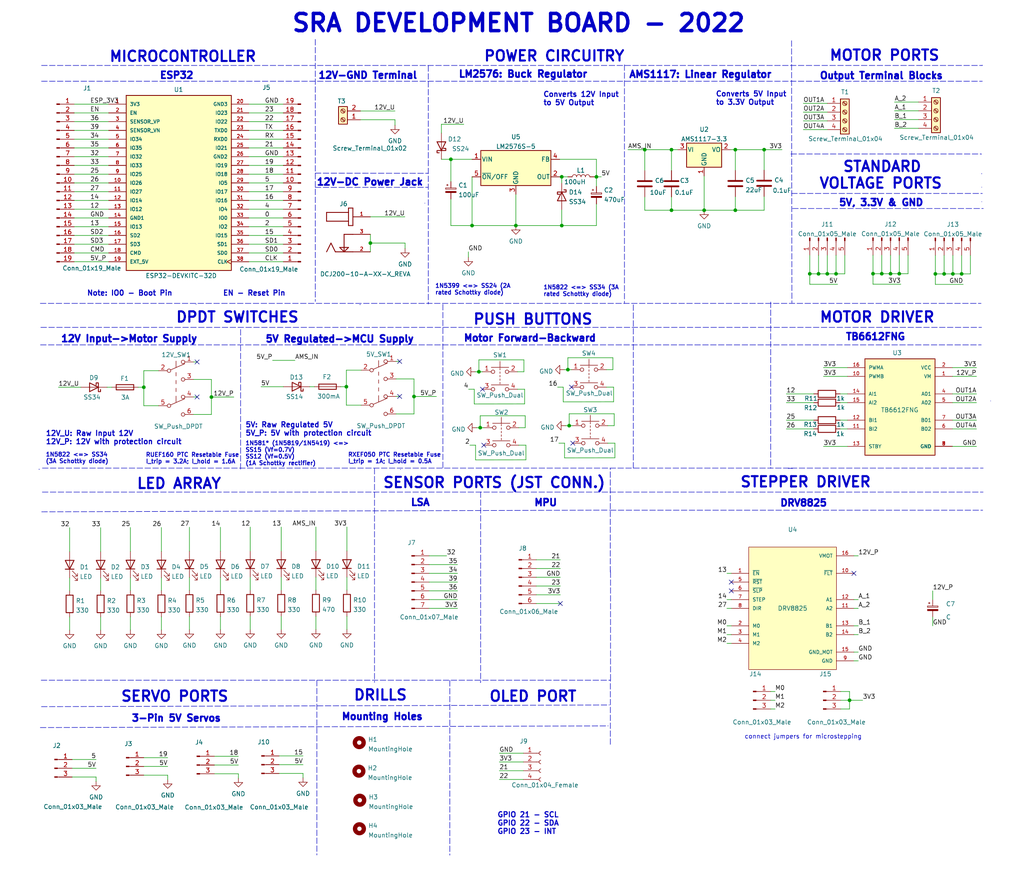
<source format=kicad_sch>
(kicad_sch (version 20211123) (generator eeschema)
  (paper "User" 297.002 259.994)
  (junction (at 164.6936 107.2642))
  (junction (at 186.9948 43.434))
  (junction (at 246.38 203.2))
  (junction (at 239.9284 79.4512))
  (junction (at 162.9156 51.308))
  (junction (at 276.352 79.4766))
  (junction (at 61.3156 115.2144))
  (junction (at 260.8072 79.4258))
  (junction (at 213.2584 43.434))
  (junction (at 204.216 61.0108))
  (junction (at 271.272 79.4766))
  (junction (at 130.7592 46.228))
  (junction (at 120.0658 115.062))
  (junction (at 213.2584 61.0108))
  (junction (at 255.7272 79.4258))
  (junction (at 258.2672 79.4258))
  (junction (at 107.4166 70.5358))
  (junction (at 194.7418 43.434))
  (junction (at 100.457 112.2172))
  (junction (at 234.8484 79.4512))
  (junction (at 253.1872 79.4258))
  (junction (at 273.812 79.4766))
  (junction (at 162.9156 65.4558))
  (junction (at 149.606 65.4558))
  (junction (at 242.4684 79.4512))
  (junction (at 237.3884 79.4512))
  (junction (at 172.974 51.308))
  (junction (at 139.2682 124.1044))
  (junction (at 221.615 43.434))
  (junction (at 136.906 65.4558))
  (junction (at 138.8872 107.8738))
  (junction (at 278.892 79.4766))
  (junction (at 41.7068 112.3696))
  (junction (at 165.0746 123.5202))
  (junction (at 194.7418 61.0108))
  (no_connect (at 212.09 171.45))
  (no_connect (at 247.65 166.37))
  (no_connect (at 212.09 168.91))
  (no_connect (at 115.9002 115.0366))
  (no_connect (at 140.3096 129.1844))
  (no_connect (at 57.15 115.189))
  (no_connect (at 162.5092 175.133))
  (no_connect (at 57.15 105.029))
  (no_connect (at 115.9002 104.8766))
  (no_connect (at 166.116 128.6002))
  (no_connect (at 139.9286 112.9538))
  (no_connect (at 165.735 112.3442))
  (wire (pts (xy 247.65 191.77) (xy 248.92 191.77)))
  (wire (pts (xy 114.8842 104.8766) (xy 115.9002 104.8766)))
  (wire (pts (xy 85.5472 104.5718) (xy 79.0448 104.5718)))
  (wire (pts (xy 221.615 56.9976) (xy 221.615 61.0108)))
  (polyline (pts (xy 370.1796 138.2014) (xy 370.205 138.2014)))
  (wire (pts (xy 54.9402 167.5638) (xy 54.9402 171.2976)))
  (wire (pts (xy 163.3474 112.3442) (xy 163.3474 116.6114)))
  (wire (pts (xy 243.6368 124.46) (xy 245.7704 124.46)))
  (wire (pts (xy 61.3156 115.2144) (xy 67.818 115.2144)))
  (wire (pts (xy 72.5678 159.893) (xy 72.5678 152.9334)))
  (wire (pts (xy 163.6268 107.2642) (xy 164.6936 107.2642)))
  (wire (pts (xy 281.432 79.4766) (xy 281.432 74.1172)))
  (wire (pts (xy 243.84 203.2) (xy 246.38 203.2)))
  (wire (pts (xy 46.8122 160.02) (xy 46.8122 153.0604)))
  (wire (pts (xy 253.1872 79.4258) (xy 255.7272 79.4258)))
  (wire (pts (xy 164.6936 107.2642) (xy 164.6936 103.8098)))
  (wire (pts (xy 21.5138 35.306) (xy 31.5214 35.306)))
  (wire (pts (xy 210.82 176.53) (xy 212.09 176.53)))
  (polyline (pts (xy 229.362 44.6786) (xy 284.5816 44.6786)))
  (wire (pts (xy 163.7284 128.6002) (xy 163.7284 132.8674)))
  (wire (pts (xy 72.5678 178.8668) (xy 72.5678 182.6768)))
  (wire (pts (xy 258.2672 79.4258) (xy 260.8072 79.4258)))
  (wire (pts (xy 177.9524 112.3442) (xy 175.895 112.3442)))
  (polyline (pts (xy 124.206 19.05) (xy 124.206 88.2142)))
  (wire (pts (xy 276.352 79.4766) (xy 278.892 79.4766)))
  (wire (pts (xy 270.51 171.45) (xy 270.51 173.99)))
  (wire (pts (xy 137.922 129.1844) (xy 137.922 133.4516)))
  (wire (pts (xy 72.5678 167.513) (xy 72.5678 171.2468)))
  (wire (pts (xy 128.016 46.228) (xy 130.7592 46.228)))
  (wire (pts (xy 20.193 160.0708) (xy 20.193 153.1112)))
  (wire (pts (xy 237.3884 79.4512) (xy 239.9284 79.4512)))
  (polyline (pts (xy 181.102 18.796) (xy 181.102 87.9602)))
  (wire (pts (xy 41.7068 107.569) (xy 41.7068 112.3696)))
  (wire (pts (xy 89.8144 112.2172) (xy 91.186 112.2172)))
  (wire (pts (xy 162.9156 60.8076) (xy 162.9156 65.4558)))
  (wire (pts (xy 172.974 59.182) (xy 172.974 65.4558)))
  (wire (pts (xy 271.272 74.1172) (xy 271.272 79.4766)))
  (wire (pts (xy 245.7704 114.3) (xy 243.6368 114.3)))
  (wire (pts (xy 138.8872 107.8738) (xy 139.9286 107.8738)))
  (wire (pts (xy 56.134 110.109) (xy 61.3156 110.109)))
  (wire (pts (xy 29.1846 167.6908) (xy 29.1846 171.4246)))
  (wire (pts (xy 124.46 173.99) (xy 132.6896 173.99)))
  (wire (pts (xy 41.6814 222.4024) (xy 48.641 222.4024)))
  (wire (pts (xy 139.2682 124.1044) (xy 139.2682 120.65)))
  (wire (pts (xy 164.6936 103.8098) (xy 177.7492 103.8098)))
  (wire (pts (xy 258.2672 74.0664) (xy 258.2672 79.4258)))
  (polyline (pts (xy 69.7738 95.6056) (xy 69.7738 136.525)))
  (wire (pts (xy 21.5138 50.546) (xy 31.5214 50.546)))
  (wire (pts (xy 260.8072 74.0664) (xy 260.8072 79.4258)))
  (wire (pts (xy 247.65 184.15) (xy 248.92 184.15)))
  (wire (pts (xy 130.7592 65.4558) (xy 136.906 65.4558)))
  (wire (pts (xy 48.641 224.9424) (xy 48.641 226.2124)))
  (wire (pts (xy 162.9156 51.308) (xy 164.6936 51.308)))
  (wire (pts (xy 72.1614 60.706) (xy 82.169 60.706)))
  (wire (pts (xy 21.5138 75.946) (xy 31.5214 75.946)))
  (polyline (pts (xy 284.7086 54.3052) (xy 284.7086 54.3306)))
  (wire (pts (xy 130.7592 46.228) (xy 136.906 46.228)))
  (polyline (pts (xy 284.5816 44.6786) (xy 284.5816 44.7802)))
  (wire (pts (xy 239.9284 32.5374) (xy 232.9688 32.5374)))
  (polyline (pts (xy 177.0634 197.3326) (xy 177.0634 165.5826)))
  (wire (pts (xy 245.7704 116.84) (xy 243.6368 116.84)))
  (wire (pts (xy 107.4166 62.9158) (xy 117.4242 62.9158)))
  (wire (pts (xy 124.46 171.45) (xy 132.6896 171.45)))
  (wire (pts (xy 155.5496 162.433) (xy 162.5092 162.433)))
  (wire (pts (xy 98.806 112.2172) (xy 100.457 112.2172)))
  (wire (pts (xy 135.8392 73.0758) (xy 135.8392 74.6506)))
  (polyline (pts (xy 91.4146 54.3814) (xy 124.206 54.356)))
  (wire (pts (xy 245.7704 121.92) (xy 243.6368 121.92)))
  (wire (pts (xy 260.8072 79.4258) (xy 263.3472 79.4258)))
  (wire (pts (xy 100.6094 178.8414) (xy 100.6094 182.6514)))
  (wire (pts (xy 178.3334 128.6002) (xy 176.276 128.6002)))
  (wire (pts (xy 239.9284 37.6174) (xy 232.9688 37.6174)))
  (wire (pts (xy 72.1614 55.626) (xy 82.169 55.626)))
  (wire (pts (xy 213.2584 57.0738) (xy 213.2584 61.0108)))
  (wire (pts (xy 164.0078 123.5202) (xy 165.0746 123.5202)))
  (wire (pts (xy 149.606 56.388) (xy 149.606 65.4558)))
  (wire (pts (xy 234.8484 79.4512) (xy 234.8484 82.4992)))
  (wire (pts (xy 165.0746 120.0658) (xy 178.1302 120.0658)))
  (polyline (pts (xy 12.0904 148.5138) (xy 176.784 148.0312)))
  (wire (pts (xy 165.0746 123.5202) (xy 165.0746 120.0658)))
  (wire (pts (xy 41.6814 219.8624) (xy 48.641 219.8624)))
  (wire (pts (xy 138.8872 104.4194) (xy 151.9428 104.4194)))
  (wire (pts (xy 152.527 133.4262) (xy 152.527 129.1844)))
  (wire (pts (xy 149.606 65.4558) (xy 162.9156 65.4558)))
  (wire (pts (xy 210.82 166.37) (xy 212.09 166.37)))
  (wire (pts (xy 178.3334 132.842) (xy 178.3334 128.6002)))
  (wire (pts (xy 72.1614 42.926) (xy 82.169 42.926)))
  (wire (pts (xy 63.9318 167.5638) (xy 63.9318 171.2976)))
  (wire (pts (xy 172.974 51.308) (xy 172.974 54.102)))
  (wire (pts (xy 278.892 79.4766) (xy 281.432 79.4766)))
  (wire (pts (xy 117.475 70.5358) (xy 117.475 72.1106)))
  (wire (pts (xy 114.554 34.7472) (xy 114.554 36.322)))
  (wire (pts (xy 120.0658 109.9566) (xy 120.0658 115.062)))
  (polyline (pts (xy 229.5652 56.134) (xy 284.9118 56.134)))
  (wire (pts (xy 41.7068 117.729) (xy 45.974 117.729)))
  (wire (pts (xy 210.82 173.99) (xy 212.09 173.99)))
  (polyline (pts (xy 12.0396 23.5712) (xy 284.8864 23.5712)))
  (wire (pts (xy 63.9318 159.9438) (xy 63.9318 152.9842)))
  (wire (pts (xy 56.134 115.189) (xy 57.15 115.189)))
  (polyline (pts (xy 139.3952 142.7226) (xy 139.3952 198.0184)))
  (wire (pts (xy 186.9948 43.434) (xy 194.7418 43.434)))
  (wire (pts (xy 273.812 74.1172) (xy 273.812 79.4766)))
  (wire (pts (xy 175.895 107.2642) (xy 177.7492 107.2642)))
  (wire (pts (xy 271.272 79.4766) (xy 273.812 79.4766)))
  (wire (pts (xy 255.7272 74.0664) (xy 255.7272 79.4258)))
  (polyline (pts (xy 12.2936 135.8392) (xy 285.1404 135.8392)))
  (wire (pts (xy 130.7592 57.7596) (xy 130.7592 65.4558)))
  (wire (pts (xy 247.65 181.61) (xy 248.92 181.61)))
  (wire (pts (xy 72.1614 53.086) (xy 82.169 53.086)))
  (wire (pts (xy 46.8122 167.64) (xy 46.8122 171.3738)))
  (wire (pts (xy 234.8484 79.4512) (xy 237.3884 79.4512)))
  (wire (pts (xy 139.2682 120.65) (xy 152.3238 120.65)))
  (polyline (pts (xy 12.2682 142.7988) (xy 285.115 142.7988)))
  (wire (pts (xy 100.6094 159.8676) (xy 100.6094 152.908)))
  (wire (pts (xy 172.974 46.228) (xy 172.974 51.308)))
  (wire (pts (xy 21.5138 40.386) (xy 31.5214 40.386)))
  (polyline (pts (xy 12.0142 205.0542) (xy 176.7078 204.5716)))
  (wire (pts (xy 124.46 163.83) (xy 132.6896 163.83)))
  (wire (pts (xy 41.6814 224.9424) (xy 48.641 224.9424)))
  (wire (pts (xy 135.89 112.9538) (xy 137.541 112.9538)))
  (wire (pts (xy 120.0658 115.062) (xy 126.5682 115.062)))
  (wire (pts (xy 239.9284 35.0774) (xy 232.9688 35.0774)))
  (wire (pts (xy 21.5138 60.706) (xy 31.5214 60.706)))
  (wire (pts (xy 172.974 65.4558) (xy 162.9156 65.4558)))
  (wire (pts (xy 276.2504 109.22) (xy 283.21 109.22)))
  (wire (pts (xy 247.65 173.99) (xy 248.92 173.99)))
  (wire (pts (xy 80.9244 221.8944) (xy 87.884 221.8944)))
  (wire (pts (xy 236.0168 121.92) (xy 228.0412 121.92)))
  (wire (pts (xy 124.46 161.29) (xy 129.54 161.29)))
  (wire (pts (xy 186.9948 61.0108) (xy 194.7418 61.0108)))
  (wire (pts (xy 150.0886 107.8738) (xy 151.9428 107.8738)))
  (wire (pts (xy 177.9524 116.586) (xy 177.9524 112.3442)))
  (wire (pts (xy 56.134 105.029) (xy 57.15 105.029)))
  (wire (pts (xy 172.974 51.308) (xy 174.3964 51.308)))
  (wire (pts (xy 276.2504 124.46) (xy 283.21 124.46)))
  (wire (pts (xy 137.8204 107.8738) (xy 138.8872 107.8738)))
  (wire (pts (xy 155.5496 170.053) (xy 162.5092 170.053)))
  (wire (pts (xy 91.6178 178.8414) (xy 91.6178 182.6514)))
  (wire (pts (xy 213.2584 43.434) (xy 221.615 43.434)))
  (wire (pts (xy 271.272 79.4766) (xy 271.272 82.5246)))
  (wire (pts (xy 107.4166 67.9958) (xy 107.4166 70.5358)))
  (wire (pts (xy 155.5496 164.973) (xy 162.5092 164.973)))
  (wire (pts (xy 72.1614 68.326) (xy 82.169 68.326)))
  (wire (pts (xy 20.9042 222.9358) (xy 27.8638 222.9358)))
  (wire (pts (xy 54.9402 159.9438) (xy 54.9402 152.9842)))
  (wire (pts (xy 37.8206 160.02) (xy 37.8206 153.0604)))
  (polyline (pts (xy 124.206 54.356) (xy 124.206 54.356)))
  (polyline (pts (xy 124.206 50.292) (xy 124.206 50.292)))
  (wire (pts (xy 72.1614 50.546) (xy 82.169 50.546)))
  (wire (pts (xy 247.65 161.29) (xy 248.92 161.29)))
  (wire (pts (xy 178.1302 120.0658) (xy 178.1302 123.5202)))
  (wire (pts (xy 237.3884 74.0918) (xy 237.3884 79.4512)))
  (wire (pts (xy 236.0168 124.46) (xy 228.0412 124.46)))
  (wire (pts (xy 152.146 117.1956) (xy 152.146 112.9538)))
  (wire (pts (xy 245.7704 109.22) (xy 238.8108 109.22)))
  (wire (pts (xy 72.1614 45.466) (xy 82.169 45.466)))
  (wire (pts (xy 236.0168 116.84) (xy 228.0412 116.84)))
  (wire (pts (xy 239.9284 74.0918) (xy 239.9284 79.4512)))
  (wire (pts (xy 204.216 51.054) (xy 204.216 61.0108)))
  (wire (pts (xy 91.6178 167.4876) (xy 91.6178 171.2214)))
  (wire (pts (xy 20.193 179.0446) (xy 20.193 182.8546)))
  (polyline (pts (xy 229.5652 11.811) (xy 229.6668 87.884)))
  (wire (pts (xy 276.2504 106.68) (xy 283.21 106.68)))
  (wire (pts (xy 213.2584 61.0108) (xy 221.615 61.0108)))
  (wire (pts (xy 255.7272 79.4258) (xy 258.2672 79.4258)))
  (wire (pts (xy 243.84 205.74) (xy 246.38 205.74)))
  (wire (pts (xy 21.5138 73.406) (xy 31.5214 73.406)))
  (wire (pts (xy 151.765 226.187) (xy 144.8054 226.187)))
  (wire (pts (xy 243.84 200.66) (xy 246.38 200.66)))
  (wire (pts (xy 45.974 107.569) (xy 41.7068 107.569)))
  (wire (pts (xy 139.2682 124.1044) (xy 140.3096 124.1044)))
  (wire (pts (xy 137.541 117.221) (xy 152.146 117.1956)))
  (wire (pts (xy 246.38 203.2) (xy 250.19 203.2)))
  (wire (pts (xy 130.7592 46.228) (xy 130.7592 52.6796)))
  (polyline (pts (xy 12.0396 18.9992) (xy 284.8864 18.9992)))
  (wire (pts (xy 210.82 181.61) (xy 212.09 181.61)))
  (wire (pts (xy 172.3136 51.308) (xy 172.974 51.308)))
  (wire (pts (xy 247.65 189.23) (xy 248.92 189.23)))
  (wire (pts (xy 120.0658 115.062) (xy 120.0658 120.1166)))
  (polyline (pts (xy 11.938 197.3834) (xy 177.0126 197.3834)))
  (wire (pts (xy 21.5138 37.846) (xy 31.5214 37.846)))
  (wire (pts (xy 62.1792 224.536) (xy 69.1388 224.536)))
  (polyline (pts (xy 284.734 58.5216) (xy 284.734 58.547)))
  (wire (pts (xy 104.7242 107.4166) (xy 100.457 107.4166)))
  (wire (pts (xy 61.3156 110.109) (xy 61.3156 115.2144)))
  (wire (pts (xy 266.3698 34.6964) (xy 259.4102 34.6964)))
  (wire (pts (xy 87.884 224.4344) (xy 87.884 225.7044)))
  (wire (pts (xy 245.7704 129.54) (xy 238.8108 129.54)))
  (wire (pts (xy 21.5138 70.866) (xy 31.5214 70.866)))
  (polyline (pts (xy 91.8972 197.4088) (xy 91.8972 248.1072)))
  (wire (pts (xy 136.271 129.1844) (xy 137.922 129.1844)))
  (wire (pts (xy 253.1872 74.0664) (xy 253.1872 79.4258)))
  (wire (pts (xy 276.2504 121.92) (xy 283.21 121.92)))
  (wire (pts (xy 242.4684 74.0918) (xy 242.4684 79.4512)))
  (polyline (pts (xy 11.8364 94.996) (xy 284.6832 94.996)))
  (wire (pts (xy 151.765 221.107) (xy 144.8054 221.107)))
  (wire (pts (xy 155.5496 175.133) (xy 162.5092 175.133)))
  (wire (pts (xy 245.0084 79.4512) (xy 245.0084 74.0918)))
  (wire (pts (xy 29.1846 179.0446) (xy 29.1846 182.8546)))
  (wire (pts (xy 21.5138 45.466) (xy 31.5214 45.466)))
  (wire (pts (xy 41.7068 112.3696) (xy 41.7068 117.729)))
  (wire (pts (xy 37.8206 178.9938) (xy 37.8206 182.8038)))
  (wire (pts (xy 138.2014 124.1044) (xy 139.2682 124.1044)))
  (wire (pts (xy 124.46 168.91) (xy 132.6896 168.91)))
  (wire (pts (xy 247.65 176.53) (xy 248.92 176.53)))
  (polyline (pts (xy 284.7086 50.3428) (xy 284.7086 50.4444)))
  (wire (pts (xy 100.6094 167.4876) (xy 100.6094 171.2214)))
  (wire (pts (xy 128.016 36.068) (xy 134.5184 36.068)))
  (wire (pts (xy 177.7492 103.8098) (xy 177.7492 107.2642)))
  (wire (pts (xy 81.5594 159.893) (xy 81.5594 152.9334)))
  (wire (pts (xy 266.3698 32.1564) (xy 259.4102 32.1564)))
  (wire (pts (xy 273.812 79.4766) (xy 276.352 79.4766)))
  (wire (pts (xy 62.1792 221.996) (xy 69.1388 221.996)))
  (wire (pts (xy 194.7418 61.0108) (xy 204.216 61.0108)))
  (polyline (pts (xy 284.8864 18.8976) (xy 284.8864 18.9992)))
  (polyline (pts (xy 177.0126 216.0016) (xy 177.0126 197.3834)))
  (wire (pts (xy 246.38 200.66) (xy 246.38 203.2)))
  (wire (pts (xy 124.46 176.53) (xy 132.6896 176.53)))
  (polyline (pts (xy 11.684 88.0364) (xy 284.5308 88.0364)))
  (wire (pts (xy 120.0658 120.1166) (xy 114.8842 120.1166)))
  (wire (pts (xy 114.8842 115.0366) (xy 115.9002 115.0366)))
  (polyline (pts (xy 183.6674 88.4428) (xy 183.6674 136.2964)))
  (wire (pts (xy 162.0774 128.6002) (xy 163.7284 128.6002)))
  (wire (pts (xy 152.527 129.1844) (xy 150.4696 129.1844)))
  (wire (pts (xy 21.5138 55.626) (xy 31.5214 55.626)))
  (wire (pts (xy 236.0168 114.3) (xy 228.0412 114.3)))
  (wire (pts (xy 223.52 200.66) (xy 224.79 200.66)))
  (wire (pts (xy 151.765 223.647) (xy 144.8054 223.647)))
  (wire (pts (xy 20.9042 225.4758) (xy 27.8638 225.4758)))
  (wire (pts (xy 72.1614 40.386) (xy 82.169 40.386)))
  (wire (pts (xy 164.6936 107.2642) (xy 165.735 107.2642)))
  (wire (pts (xy 23.4442 112.3696) (xy 16.9418 112.3696)))
  (wire (pts (xy 21.5138 68.326) (xy 31.5214 68.326)))
  (wire (pts (xy 221.615 49.3776) (xy 221.615 43.434)))
  (wire (pts (xy 137.541 112.9538) (xy 137.541 117.221)))
  (wire (pts (xy 54.9402 178.9176) (xy 54.9402 182.7276)))
  (wire (pts (xy 278.892 74.1172) (xy 278.892 79.4766)))
  (wire (pts (xy 72.1614 37.846) (xy 82.169 37.846)))
  (wire (pts (xy 72.1614 35.306) (xy 82.169 35.306)))
  (wire (pts (xy 150.4696 124.1044) (xy 152.3238 124.1044)))
  (wire (pts (xy 29.1846 160.0708) (xy 29.1846 153.1112)))
  (wire (pts (xy 182.118 43.434) (xy 186.9948 43.434)))
  (wire (pts (xy 194.7418 43.434) (xy 196.596 43.434)))
  (polyline (pts (xy 11.684 211.1248) (xy 176.3776 210.6422)))
  (wire (pts (xy 138.8872 107.8738) (xy 138.8872 104.4194)))
  (wire (pts (xy 223.52 203.2) (xy 224.79 203.2)))
  (wire (pts (xy 162.306 51.308) (xy 162.9156 51.308)))
  (wire (pts (xy 128.016 36.068) (xy 128.016 38.608)))
  (wire (pts (xy 276.2504 116.84) (xy 283.21 116.84)))
  (polyline (pts (xy 176.9872 148.0566) (xy 285.0134 148.0566)))
  (wire (pts (xy 72.1614 70.866) (xy 82.169 70.866)))
  (wire (pts (xy 176.276 123.5202) (xy 178.1302 123.5202)))
  (wire (pts (xy 276.2504 129.54) (xy 283.21 129.54)))
  (wire (pts (xy 69.1388 224.536) (xy 69.1388 225.806)))
  (wire (pts (xy 72.1614 48.006) (xy 82.169 48.006)))
  (polyline (pts (xy 91.44 11.43) (xy 91.44 87.4776)))
  (wire (pts (xy 100.457 107.4166) (xy 100.457 112.2172)))
  (wire (pts (xy 137.922 133.4516) (xy 152.527 133.4262)))
  (wire (pts (xy 253.1872 82.4738) (xy 261.2644 82.4738)))
  (wire (pts (xy 62.1792 219.456) (xy 69.1388 219.456)))
  (wire (pts (xy 239.9284 79.4512) (xy 242.4684 79.4512)))
  (wire (pts (xy 136.906 65.4558) (xy 149.606 65.4558)))
  (wire (pts (xy 234.8484 74.0918) (xy 234.8484 79.4512)))
  (wire (pts (xy 211.836 43.434) (xy 213.2584 43.434)))
  (polyline (pts (xy 229.8446 60.5028) (xy 285.1912 60.5028)))
  (wire (pts (xy 21.5138 58.166) (xy 31.5214 58.166)))
  (wire (pts (xy 31.0642 112.3696) (xy 32.4358 112.3696)))
  (wire (pts (xy 186.9948 43.434) (xy 186.9948 49.5046)))
  (wire (pts (xy 161.6964 112.3442) (xy 163.3474 112.3442)))
  (wire (pts (xy 21.5138 32.766) (xy 31.5214 32.766)))
  (wire (pts (xy 271.272 82.5246) (xy 279.3492 82.5246)))
  (wire (pts (xy 210.82 186.69) (xy 212.09 186.69)))
  (wire (pts (xy 40.0558 112.3696) (xy 41.7068 112.3696)))
  (wire (pts (xy 104.5464 34.7472) (xy 114.554 34.7472)))
  (polyline (pts (xy 176.9872 165.989) (xy 176.9872 135.8646)))
  (wire (pts (xy 266.3698 37.2364) (xy 259.4102 37.2364)))
  (wire (pts (xy 213.2584 43.434) (xy 213.2584 49.4538)))
  (wire (pts (xy 253.1872 79.4258) (xy 253.1872 82.4738)))
  (wire (pts (xy 155.5496 172.593) (xy 162.5092 172.593)))
  (wire (pts (xy 163.3474 116.6114) (xy 177.9524 116.586)))
  (wire (pts (xy 21.5138 63.246) (xy 31.5214 63.246)))
  (wire (pts (xy 61.3156 120.269) (xy 56.134 120.269)))
  (wire (pts (xy 152.3238 120.65) (xy 152.3238 124.1044)))
  (polyline (pts (xy 223.52 87.63) (xy 223.52 135.89)))
  (polyline (pts (xy 11.7348 100.076) (xy 284.5816 100.076)))
  (wire (pts (xy 151.765 218.567) (xy 144.8054 218.567)))
  (wire (pts (xy 21.5138 42.926) (xy 31.5214 42.926)))
  (wire (pts (xy 61.3156 115.2144) (xy 61.3156 120.269)))
  (polyline (pts (xy 130.4544 197.4596) (xy 130.4544 248.158)))
  (wire (pts (xy 234.8484 82.4992) (xy 242.9256 82.4992)))
  (wire (pts (xy 21.5138 48.006) (xy 31.5214 48.006)))
  (wire (pts (xy 104.5464 32.2072) (xy 114.554 32.2072)))
  (wire (pts (xy 27.8638 225.4758) (xy 27.8638 226.7458)))
  (wire (pts (xy 276.352 74.1172) (xy 276.352 79.4766)))
  (wire (pts (xy 221.615 43.434) (xy 226.7966 43.434)))
  (wire (pts (xy 210.82 184.15) (xy 212.09 184.15)))
  (wire (pts (xy 245.7704 106.68) (xy 238.8108 106.68)))
  (wire (pts (xy 223.52 205.74) (xy 224.79 205.74)))
  (polyline (pts (xy 128.4478 88.3158) (xy 128.4478 136.1694)))
  (wire (pts (xy 72.1614 73.406) (xy 82.169 73.406)))
  (wire (pts (xy 107.4166 70.5358) (xy 107.4166 73.0758)))
  (wire (pts (xy 124.46 166.37) (xy 132.6896 166.37)))
  (polyline (pts (xy 104.521 88.392) (xy 104.3432 88.392)))
  (wire (pts (xy 21.5138 53.086) (xy 31.5214 53.086)))
  (wire (pts (xy 72.1614 65.786) (xy 82.169 65.786)))
  (wire (pts (xy 155.5496 167.513) (xy 162.5092 167.513)))
  (wire (pts (xy 72.1614 63.246) (xy 82.169 63.246)))
  (polyline (pts (xy 11.2776 136.1694) (xy 11.4554 136.1694)))
  (wire (pts (xy 194.7418 43.434) (xy 194.7418 49.5046)))
  (wire (pts (xy 266.3698 29.6164) (xy 259.4102 29.6164)))
  (wire (pts (xy 21.5138 30.226) (xy 31.5214 30.226)))
  (wire (pts (xy 276.2504 114.3) (xy 283.21 114.3)))
  (wire (pts (xy 100.457 112.2172) (xy 100.457 117.5766)))
  (wire (pts (xy 136.906 51.308) (xy 136.906 65.4558)))
  (wire (pts (xy 80.9244 224.4344) (xy 87.884 224.4344)))
  (wire (pts (xy 91.6178 159.8676) (xy 91.6178 152.908)))
  (wire (pts (xy 81.5594 167.513) (xy 81.5594 171.2468)))
  (polyline (pts (xy 139.2936 198.0184) (xy 139.3952 198.0184)))
  (wire (pts (xy 270.51 179.07) (xy 270.51 181.61)))
  (wire (pts (xy 162.9156 51.308) (xy 162.9156 53.1876)))
  (wire (pts (xy 107.4166 70.5358) (xy 117.475 70.5358)))
  (polyline (pts (xy 287.274 116.332) (xy 287.2994 116.332)))
  (wire (pts (xy 81.5594 178.8668) (xy 81.5594 182.6768)))
  (wire (pts (xy 63.9318 178.9176) (xy 63.9318 182.7276)))
  (wire (pts (xy 21.5138 65.786) (xy 31.5214 65.786)))
  (polyline (pts (xy 177.0634 165.5826) (xy 177.0888 165.5826)))
  (wire (pts (xy 82.1944 112.2172) (xy 75.692 112.2172)))
  (wire (pts (xy 204.216 61.0108) (xy 213.2584 61.0108)))
  (polyline (pts (xy 91.4146 50.2412) (xy 124.206 50.292)))
  (wire (pts (xy 46.8122 178.9938) (xy 46.8122 182.8038)))
  (wire (pts (xy 20.193 167.6908) (xy 20.193 171.4246)))
  (wire (pts (xy 151.9428 104.4194) (xy 151.9428 107.8738)))
  (wire (pts (xy 163.7284 132.8674) (xy 178.3334 132.842)))
  (wire (pts (xy 162.306 46.228) (xy 172.974 46.228)))
  (polyline (pts (xy 123.2154 58.928) (xy 123.2154 58.9788)))
  (wire (pts (xy 80.9244 219.3544) (xy 87.884 219.3544)))
  (wire (pts (xy 72.1614 58.166) (xy 82.169 58.166)))
  (polyline (pts (xy 229.87 135.89) (xy 228.6 135.89)))
  (wire (pts (xy 20.9042 220.3958) (xy 27.8638 220.3958)))
  (wire (pts (xy 263.3472 79.4258) (xy 263.3472 74.0664)))
  (wire (pts (xy 194.7418 57.1246) (xy 194.7418 61.0108)))
  (wire (pts (xy 242.4684 79.4512) (xy 245.0084 79.4512)))
  (wire (pts (xy 165.0746 123.5202) (xy 166.116 123.5202)))
  (polyline (pts (xy 116.1034 136.2202) (xy 116.1796 136.2202)))
  (polyline (pts (xy 56.8198 88.2904) (xy 56.9214 88.2904)))
  (wire (pts (xy 37.8206 167.64) (xy 37.8206 171.3738)))
  (wire (pts (xy 114.8842 109.9566) (xy 120.0658 109.9566)))
  (wire (pts (xy 72.1614 75.946) (xy 82.169 75.946)))
  (wire (pts (xy 186.9948 57.1246) (xy 186.9948 61.0108)))
  (polyline (pts (xy 108.6104 135.9154) (xy 108.6104 198.0184)))
  (wire (pts (xy 152.146 112.9538) (xy 150.0886 112.9538)))
  (wire (pts (xy 72.1614 32.766) (xy 82.169 32.766)))
  (wire (pts (xy 239.9284 29.9974) (xy 232.9688 29.9974)))
  (wire (pts (xy 246.38 203.2) (xy 246.38 205.74)))
  (wire (pts (xy 100.457 117.5766) (xy 104.7242 117.5766)))
  (wire (pts (xy 72.1614 30.226) (xy 82.169 30.226)))
  (text "5V, 3.3V & GND" (at 243.1288 60.1472 0) (effects (font (size 2 2) (thickness 0.6) bold) (justify left bottom)))
  (text "RXEF050 PTC Resetable Fuse \nI_trip = 1A; I_hold = 0.5A" (at 100.8634 134.747 0) (effects (font (size 1.2 1.2) bold) (justify left bottom)))
  (text "Mounting Holes" (at 98.9076 209.296 0) (effects (font (size 2 2) (thickness 0.6) bold) (justify left bottom)))
  (text "SRA DEVELOPMENT BOARD - 2022" (at 84.2772 9.8044 0) (effects (font (size 5 5) (thickness 1) bold) (justify left bottom)))
  (text "LED ARRAY" (at 39.4462 142.2654 0) (effects (font (size 3 3) (thickness 0.6) bold) (justify left bottom)))
  (text "12V_U: Raw Input 12V\n12V_P: 12V with protection circuit" (at 13.1826 129.2352 0) (effects (font (size 1.5 1.5) bold) (justify left bottom)))
  (text "12V-GND Terminal" (at 92.1512 23.2156 0) (effects (font (size 2 2) (thickness 0.6) bold) (justify left bottom)))
  (text "1N5822 <=> SS34 (3A \nrated Schottky diode)" (at 157.5308 86.2076 0) (effects (font (size 1.2 1.2) bold) (justify left bottom)))
  (text "Output Terminal Blocks" (at 237.5662 23.3172 0) (effects (font (size 2 2) (thickness 0.6) bold) (justify left bottom)))
  (text "LSA" (at 118.9482 147.1676 0) (effects (font (size 2 2) (thickness 0.6) bold) (justify left bottom)))
  (text "MPU" (at 154.7368 147.2184 0) (effects (font (size 2 2) (thickness 0.6) bold) (justify left bottom)))
  (text "MOTOR DRIVER\n" (at 237.49 93.98 0) (effects (font (size 3 3) (thickness 0.6) bold) (justify left bottom)))
  (text "Converts 5V Input \nto 3.3V Output" (at 207.518 30.734 0) (effects (font (size 1.5 1.5) bold) (justify left bottom)))
  (text "DRILLS" (at 102.362 203.6572 0) (effects (font (size 3 3) (thickness 0.6) bold) (justify left bottom)))
  (text "SENSOR PORTS (JST CONN.)" (at 110.871 142.0114 0) (effects (font (size 3 3) (thickness 0.6) bold) (justify left bottom)))
  (text "1N5399 <=> SS24 (2A \nrated Schottky diode)" (at 126.1364 85.7758 0) (effects (font (size 1.2 1.2) bold) (justify left bottom)))
  (text "DPDT SWITCHES" (at 50.8 93.98 0) (effects (font (size 3 3) (thickness 0.6) bold) (justify left bottom)))
  (text "5V: Raw Regulated 5V\n5V_P: 5V with protection circuit" (at 71.0946 126.746 0) (effects (font (size 1.5 1.5) bold) (justify left bottom)))
  (text "Note: IO0 - Boot Pin             EN - Reset Pin" (at 25.146 86.106 0) (effects (font (size 1.5 1.5) bold) (justify left bottom)))
  (text "POWER CIRCUITRY" (at 140.1318 18.2118 0) (effects (font (size 3 3) (thickness 0.6) bold) (justify left bottom)))
  (text "ESP32" (at 46.1518 23.2156 0) (effects (font (size 2 2) (thickness 0.6) bold) (justify left bottom)))
  (text "RUEF160 PTC Resetable Fuse \nI_trip = 3.2A; I_hold = 1.6A" (at 42.2148 134.7978 0) (effects (font (size 1.2 1.2) bold) (justify left bottom)))
  (text "LM2576: Buck Regulator" (at 132.842 22.86 0) (effects (font (size 2 2) (thickness 0.6) bold) (justify left bottom)))
  (text "MICROCONTROLLER" (at 31.496 18.3388 0) (effects (font (size 3 3) (thickness 0.6) bold) (justify left bottom)))
  (text "GPIO 21 - SCL\nGPIO 22 - SDA\nGPIO 23 - INT\n" (at 144.1704 242.316 0) (effects (font (size 1.5 1.5) bold) (justify left bottom)))
  (text "DRV8825\n" (at 226.06 147.32 0) (effects (font (size 2 2) (thickness 0.6) bold) (justify left bottom)))
  (text "1N5822 <=> SS34 \n(3A Schottky diode)" (at 13.1826 134.7216 0) (effects (font (size 1.2 1.2) bold) (justify left bottom)))
  (text "3-Pin 5V Servos" (at 37.9984 209.7532 0) (effects (font (size 2 2) (thickness 0.6) bold) (justify left bottom)))
  (text "SERVO PORTS" (at 34.8488 204.0128 0) (effects (font (size 3 3) (thickness 0.6) bold) (justify left bottom)))
  (text "1N581* (1N5819/1N5419) <=> \nSS15 (Vf=0.7V) \nSS12 (Vf=0.5V)\n(1A Schottky rectifier)" (at 71.0946 135.3058 0) (effects (font (size 1.2 1.2) bold) (justify left bottom)))
  (text "12V Input->Motor Supply" (at 17.5006 99.6442 0) (effects (font (size 2 2) (thickness 0.6) bold) (justify left bottom)))
  (text "5V Regulated->MCU Supply" (at 76.8096 99.7204 0) (effects (font (size 2 2) (thickness 0.6) bold) (justify left bottom)))
  (text "OLED PORT" (at 141.6812 204.0128 0) (effects (font (size 3 3) (thickness 0.6) bold) (justify left bottom)))
  (text "MOTOR PORTS\n\n" (at 240.3348 22.8346 0) (effects (font (size 3 3) (thickness 0.6) bold) (justify left bottom)))
  (text "STEPPER DRIVER\n" (at 214.4776 141.8082 0) (effects (font (size 3 3) (thickness 0.6) bold) (justify left bottom)))
  (text "12V-DC Power Jack" (at 91.6686 54.1782 0) (effects (font (size 2 2) (thickness 0.6) bold) (justify left bottom)))
  (text "connect jumpers for microstepping" (at 215.9 214.63 0) (effects (font (size 1.27 1.27)) (justify left bottom)))
  (text "Converts 12V Input \nto 5V Output" (at 157.48 30.861 0) (effects (font (size 1.5 1.5) bold) (justify left bottom)))
  (text "TB6612FNG\n" (at 245.11 99.06 0) (effects (font (size 2 2) (thickness 0.6) bold) (justify left bottom)))
  (text "PUSH BUTTONS" (at 137.0076 94.5896 0) (effects (font (size 3 3) (thickness 0.6) bold) (justify left bottom)))
  (text "Motor Forward-Backward" (at 134.3152 99.4664 0) (effects (font (size 2 2) (thickness 0.6) bold) (justify left bottom)))
  (text "AMS1117: Linear Regulator" (at 182.2704 22.9616 0) (effects (font (size 2 2) (thickness 0.6) bold) (justify left bottom)))
  (text "   STANDARD \nVOLTAGE PORTS" (at 237.3884 55.118 0) (effects (font (size 3 3) (thickness 0.6) bold) (justify left bottom)))
  (label "32" (at 26.1366 45.466 0))
  (label "12" (at 26.1366 60.706 0))
  (label "25" (at 228.0412 121.92 0))
  (label "27" (at 26.1366 55.626 0))
  (label "13" (at 210.82 166.37 180))
  (label "15" (at 76.7842 68.326 0))
  (label "A_1" (at 248.92 173.99 0))
  (label "B_1" (at 248.92 181.61 0))
  (label "33" (at 228.0412 116.84 0))
  (label "17" (at 76.7842 55.626 0))
  (label "15" (at 87.884 219.3544 180))
  (label "M2" (at 224.79 205.74 0))
  (label "GND" (at 270.51 181.61 0))
  (label "5V" (at 75.692 112.2172 0))
  (label "19" (at 48.641 219.8624 180))
  (label "RX" (at 76.7842 40.386 0))
  (label "12V_U" (at 16.9418 112.3696 0))
  (label "5V" (at 174.3964 51.308 0))
  (label "CLK" (at 76.7842 75.946 0))
  (label "19" (at 76.7842 48.006 0))
  (label "14" (at 210.82 173.99 180))
  (label "26" (at 46.8122 153.0604 180))
  (label "12V_U" (at 117.4242 62.9158 180))
  (label "B_2" (at 248.92 184.15 0))
  (label "A_2" (at 248.92 176.53 0))
  (label "36" (at 132.6896 171.45 180))
  (label "32" (at 129.54 161.29 0))
  (label "GND" (at 248.92 189.23 0))
  (label "5V" (at 48.641 222.4024 180))
  (label "OUT3A" (at 283.21 121.92 180))
  (label "39" (at 26.1366 37.846 0))
  (label "B_1" (at 259.4102 34.6964 0))
  (label "SD2" (at 26.1366 68.326 0))
  (label "M0" (at 210.82 181.61 180))
  (label "18" (at 69.1388 219.456 180))
  (label "34" (at 26.1366 40.386 0))
  (label "26" (at 26.1366 53.086 0))
  (label "5" (at 76.7842 53.086 0))
  (label "12" (at 72.5678 152.9334 180))
  (label "OUT1A" (at 283.21 114.3 180))
  (label "5V_P" (at 26.1366 75.946 0))
  (label "3V3" (at 100.6094 152.908 180))
  (label "TX" (at 76.7842 37.846 0))
  (label "M2" (at 210.82 186.69 180))
  (label "16" (at 76.7842 58.166 0))
  (label "27" (at 210.82 176.53 180))
  (label "M0" (at 224.79 200.66 0))
  (label "33" (at 26.1366 48.006 0))
  (label "AMS_IN" (at 85.5472 104.5718 0))
  (label "3V3" (at 144.8054 221.107 0))
  (label "B_2" (at 259.4102 37.2364 0))
  (label "39" (at 132.6896 168.91 180))
  (label "21" (at 76.7842 42.926 0))
  (label "OUT3A" (at 232.9688 35.0774 0))
  (label "GND" (at 144.8054 218.567 0))
  (label "3V3" (at 261.2644 82.4738 180))
  (label "5V_P" (at 126.5682 115.062 180))
  (label "3V3" (at 238.8108 106.68 0))
  (label "GND" (at 26.1366 63.246 0))
  (label "23" (at 76.7842 32.766 0))
  (label "25" (at 37.8206 153.0604 180))
  (label "SD0" (at 76.7842 73.406 0))
  (label "ESP_3V3" (at 26.1366 30.226 0))
  (label "GND" (at 76.7842 45.466 0))
  (label "OUT4A" (at 232.9688 37.6174 0))
  (label "26" (at 228.0412 124.46 0))
  (label "12V_P" (at 248.92 161.29 0))
  (label "3V3" (at 283.21 106.68 180))
  (label "4" (at 76.7842 60.706 0))
  (label "33" (at 29.1846 153.1112 180))
  (label "5V" (at 87.884 221.8944 180))
  (label "23" (at 162.5092 170.053 180))
  (label "GND" (at 283.21 129.54 180))
  (label "A_2" (at 259.4102 29.6164 0))
  (label "12V_P" (at 283.21 109.22 180))
  (label "3V3" (at 250.19 203.2 0))
  (label "SD3" (at 26.1366 70.866 0))
  (label "36" (at 26.1366 35.306 0))
  (label "12V_U" (at 134.5184 36.068 180))
  (label "5V_P" (at 79.0448 104.5718 180))
  (label "0" (at 76.7842 63.246 0))
  (label "OUT2A" (at 232.9688 32.5374 0))
  (label "3V3" (at 162.5092 172.593 180))
  (label "AMS_IN" (at 182.118 43.434 0))
  (label "14" (at 26.1366 58.166 0))
  (label "21" (at 162.5092 162.433 180))
  (label "5V" (at 69.1388 221.996 180))
  (label "2" (at 76.7842 65.786 0))
  (label "35" (at 132.6896 163.83 180))
  (label "18" (at 76.7842 50.546 0))
  (label "3V3" (at 238.8108 109.22 0))
  (label "GND" (at 132.6896 173.99 180))
  (label "GND" (at 135.8392 73.0758 0))
  (label "5V" (at 27.8638 222.9358 180))
  (label "34" (at 132.6896 166.37 180))
  (label "12V_U" (at 114.554 32.2072 180))
  (label "3V3" (at 226.7966 43.434 180))
  (label "M1" (at 224.79 203.2 0))
  (label "12" (at 228.0412 114.3 0))
  (label "OUT4A" (at 283.21 124.46 180))
  (label "GND" (at 248.92 191.77 0))
  (label "12V_P" (at 270.51 171.45 0))
  (label "AMS_IN" (at 91.6178 152.908 180))
  (label "4" (at 135.89 112.9538 180))
  (label "OUT1A" (at 232.9688 29.9974 0))
  (label "25" (at 26.1366 50.546 0))
  (label "GND" (at 162.5092 167.513 180))
  (label "22" (at 144.8054 226.187 0))
  (label "CMD" (at 26.1366 73.406 0))
  (label "EN" (at 26.1366 32.766 0))
  (label "14" (at 63.9318 152.9842 180))
  (label "27" (at 54.9402 152.9842 180))
  (label "3V3" (at 132.6896 176.53 180))
  (label "5V" (at 242.9256 82.4992 180))
  (label "2" (at 136.271 129.1844 180))
  (label "32" (at 20.193 153.1112 180))
  (label "13" (at 81.5594 152.9334 180))
  (label "35" (at 26.1366 42.926 0))
  (label "17" (at 162.0774 128.6002 180))
  (label "A_1" (at 259.4102 32.1564 0))
  (label "GND" (at 279.3492 82.5246 180))
  (label "16" (at 161.6964 112.3442 180))
  (label "22" (at 162.5092 164.973 180))
  (label "13" (at 26.1366 65.786 0))
  (label "21" (at 144.8054 223.647 0))
  (label "GND" (at 76.7842 30.226 0))
  (label "3V3" (at 238.8108 129.54 0))
  (label "M1" (at 210.82 184.15 180))
  (label "5" (at 27.8638 220.3958 180))
  (label "OUT2A" (at 283.21 116.84 180))
  (label "12V_P" (at 67.818 115.2144 180))
  (label "22" (at 76.7842 35.306 0))
  (label "SD1" (at 76.7842 70.866 0))
  (symbol (lib_id "Device:R") (at 37.8206 175.1838 0) (unit 1)
    (property "Reference" "R3" (at 39.5986 174.2753 0) (effects (justify left)))
    (property "Value" "330" (at 39.5986 177.0504 0) (effects (justify left)))
    (property "Footprint" "Resistor_SMD:R_0603_1608Metric" (effects hide))
  )
  (symbol (lib_id "Connector:Conn_01x05_Male") (at 258.2672 68.9864 90) (mirror x) (unit 1)
    (property "Reference" "J12" (at 258.2672 65.0707 90))
    (property "Value" "Conn_01x05_Male" (at 258.2672 67.8458 90))
    (property "Footprint" "pin_header_connectors:1X05" (effects hide))
  )
  (symbol (lib_id "Device:R") (at 239.8268 114.3 90) (unit 1)
    (property "Reference" "R11" (at 235.204 115.6208 90))
    (property "Value" "1k" (at 243.7892 115.5954 90))
    (property "Footprint" "Resistor_SMD:R_1206_3216Metric" (effects hide))
  )
  (symbol (lib_id "Device:LED") (at 91.6178 163.6776 90) (unit 1)
    (property "Reference" "D10" (at 94.5388 164.3566 90) (effects (justify right)))
    (property "Value" "LED" (at 94.5388 167.1317 90) (effects (justify right)))
    (property "Footprint" "LED_SMD:LED_0603_1608Metric" (effects hide))
  )
  (symbol (lib_id "power:GND") (at 138.2014 124.1044 270) (unit 1)
    (property "Reference" "#PWR0102" (effects hide))
    (property "Value" "GND" (at 135.0265 124.5834 90) (effects (justify right)))
  )
  (symbol (lib_id "Connector:Conn_01x06_Male") (at 150.4696 167.513 0) (unit 1)
    (property "Reference" "J8" (at 151.5872 159.1056 0))
    (property "Value" "Conn_01x06_Male" (at 153.3652 177.4698 0))
    (property "Footprint" "Connector_PinHeader_2.54mm:PinHeader_1x06_P2.54mm_Vertical" (effects hide))
  )
  (symbol (lib_id "Connector:Conn_01x03_Male") (at 238.76 203.2 0) (unit 1)
    (property "Reference" "J15" (at 239.395 195.58 0))
    (property "Value" "Conn_01x03_Male" (at 242.57 209.55 0))
    (property "Footprint" "Connector_PinHeader_2.54mm:PinHeader_1x03_P2.54mm_Vertical" (effects hide))
  )
  (symbol (lib_id "Connector:Conn_01x05_Male") (at 276.352 69.0372 90) (mirror x) (unit 1)
    (property "Reference" "J13" (at 276.352 65.1215 90))
    (property "Value" "Conn_01x05_Male" (at 276.352 67.8966 90))
    (property "Footprint" "pin_header_connectors:1X05" (effects hide))
  )
  (symbol (lib_id "power:GND") (at 149.606 65.4558 0) (unit 1)
    (property "Reference" "#PWR017" (effects hide))
    (property "Value" "GND" (at 149.606 70.0183 0))
  )
  (symbol (lib_id "power:GND") (at 72.5678 182.6768 0) (unit 1)
    (property "Reference" "#PWR09" (effects hide))
    (property "Value" "GND" (at 72.5678 187.2393 0))
  )
  (symbol (lib_id "power:GND") (at 37.8206 182.8038 0) (unit 1)
    (property "Reference" "#PWR04" (effects hide))
    (property "Value" "GND" (at 37.8206 187.3663 0))
  )
  (symbol (lib_id "Connector:Conn_01x03_Male") (at 36.6014 222.4024 0) (unit 1)
    (property "Reference" "J3" (at 37.2364 215.8197 0))
    (property "Value" "Conn_01x03_Male" (at 41.9354 234.188 0))
    (property "Footprint" "pin_header_connectors:1X03" (effects hide))
  )
  (symbol (lib_id "power:GND") (at 204.216 61.0108 0) (unit 1)
    (property "Reference" "#PWR020" (effects hide))
    (property "Value" "GND" (at 204.216 65.5733 0))
  )
  (symbol (lib_id "Device:LED") (at 20.193 163.8808 90) (unit 1)
    (property "Reference" "D1" (at 23.114 164.5598 90) (effects (justify right)))
    (property "Value" "LED" (at 23.114 167.3349 90) (effects (justify right)))
    (property "Footprint" "LED_SMD:LED_0603_1608Metric" (effects hide))
  )
  (symbol (lib_id "Switch:SW_Push_Dual") (at 145.3896 124.1044 0) (unit 1)
    (property "Reference" "SW2" (at 145.4404 119.6594 0))
    (property "Value" "SW_Push_Dual" (at 145.3642 131.4958 0))
    (property "Footprint" "tactile_smd:spst_tactile_sw_2x02_smd" (effects hide))
  )
  (symbol (lib_id "power:GND") (at 87.884 225.7044 0) (unit 1)
    (property "Reference" "#PWR0101" (effects hide))
    (property "Value" "GND" (at 87.884 230.2669 0))
  )
  (symbol (lib_id "power:GND") (at 54.9402 182.7276 0) (unit 1)
    (property "Reference" "#PWR06" (effects hide))
    (property "Value" "GND" (at 54.9402 187.2901 0))
  )
  (symbol (lib_id "Connector:Conn_01x19_Male") (at 16.4338 53.086 0) (unit 1)
    (property "Reference" "J1" (at 25.273 25.6032 0))
    (property "Value" "Conn_01x19_Male" (at 26.6446 77.8256 0))
    (property "Footprint" "pin_header_connectors:1X19" (effects hide))
  )
  (symbol (lib_id "Mechanical:MountingHole") (at 104.2416 240.4872 0) (unit 1)
    (property "Reference" "H4" (at 106.7816 239.5787 0) (effects (justify left)))
    (property "Value" "MountingHole" (at 106.7816 242.3538 0) (effects (justify left)))
    (property "Footprint" "MountingHole:MountingHole_3.2mm_M3" (effects hide))
  )
  (symbol (lib_id "dc_power_jack:DCJ200-10-A-XX-X_REVA") (at 99.7966 67.9958 0) (unit 1)
    (property "Reference" "J6" (at 99.6442 59.1566 0))
    (property "Value" "DCJ200-10-A-XX-X_REVA" (at 105.9434 79.5274 0))
    (property "Footprint" "Connector_BarrelJack:BarrelJack_Wuerth_6941xx301002" (effects hide))
    (property "MANUFACTURER" "GCT" (effects hide))
  )
  (symbol (lib_id "Switch:SW_Push_Dual") (at 170.815 107.2642 0) (unit 1)
    (property "Reference" "SW4" (at 170.7642 102.5144 0))
    (property "Value" "SW_Push_Dual" (at 170.8912 114.0968 0))
    (property "Footprint" "tactile_smd:spst_tactile_sw_2x02_smd" (effects hide))
  )
  (symbol (lib_id "Diode:1N5822") (at 162.9156 56.9976 270) (unit 1)
    (property "Reference" "D14" (at 164.9476 55.7716 90) (effects (justify left)))
    (property "Value" "SS34" (at 164.9476 58.5467 90) (effects (justify left)))
    (property "Footprint" "Diode_SMD:D_SMB" (effects hide))
    (property "Datasheet" "http://www.vishay.com/docs/88526/1n5820.pdf" (effects hide))
  )
  (symbol (lib_id "power:GND") (at 63.9318 182.7276 0) (unit 1)
    (property "Reference" "#PWR07" (effects hide))
    (property "Value" "GND" (at 63.9318 187.2901 0))
  )
  (symbol (lib_id "Connector:Conn_01x04_Female") (at 156.845 221.107 0) (unit 1)
    (property "Reference" "J9" (at 150.6728 215.0872 0) (effects (justify left)))
    (property "Value" "Conn_01x04_Female" (at 148.3106 227.8126 0) (effects (justify left)))
    (property "Footprint" "pin_header_connectors:1X04" (effects hide))
  )
  (symbol (lib_id "Regulator_Switching:LM2576S-5") (at 149.606 48.768 0) (unit 1)
    (property "Reference" "U5" (at 149.606 39.7215 0))
    (property "Value" "LM2576S-5" (at 149.606 42.4966 0))
    (property "Footprint" "Package_TO_SOT_SMD:TO-263-5_TabPin3" (effects hide))
    (property "Datasheet" "http://www.ti.com/lit/ds/symlink/lm2576.pdf" (effects hide))
  )
  (symbol (lib_id "Device:R") (at 72.5678 175.0568 0) (unit 1)
    (property "Reference" "R7" (at 74.3458 174.1483 0) (effects (justify left)))
    (property "Value" "330" (at 74.3458 176.9234 0) (effects (justify left)))
    (property "Footprint" "Resistor_SMD:R_0603_1608Metric" (effects hide))
  )
  (symbol (lib_id "power:GND") (at 117.475 72.1106 0) (unit 1)
    (property "Reference" "#PWR015" (effects hide))
    (property "Value" "GND" (at 117.475 76.6731 0))
  )
  (symbol (lib_id "Device:C_Polarized_Small") (at 130.7592 55.2196 0) (unit 1)
    (property "Reference" "C1" (at 132.9182 53.765 0) (effects (justify left)))
    (property "Value" "100uF" (at 132.9182 56.5401 0) (effects (justify left)))
    (property "Footprint" "Capacitor_SMD:CP_Elec_6.3x7.7" (effects hide))
  )
  (symbol (lib_id "Device:R") (at 81.5594 175.0568 0) (unit 1)
    (property "Reference" "R8" (at 83.3374 174.1483 0) (effects (justify left)))
    (property "Value" "330" (at 83.3374 176.9234 0) (effects (justify left)))
    (property "Footprint" "Resistor_SMD:R_0603_1608Metric" (effects hide))
  )
  (symbol (lib_id "power:GND") (at 69.1388 225.806 0) (unit 1)
    (property "Reference" "#PWR012" (effects hide))
    (property "Value" "GND" (at 69.1388 230.3685 0))
  )
  (symbol (lib_id "Connector:Screw_Terminal_01x02") (at 99.4664 34.7472 180) (unit 1)
    (property "Reference" "T3" (at 99.06 29.3624 0))
    (property "Value" "Screw_Terminal_01x02" (at 107.2388 43.0276 0))
    (property "Footprint" "terminal_block:12V_1x02_tht" (effects hide))
  )
  (symbol (lib_id "TB6612FNG:ROB-14450") (at 261.0104 119.38 0) (unit 1)
    (property "Reference" "U3" (at 260.1976 102.3874 0))
    (property "Value" "TB6612FNG" (at 260.9342 118.9736 0))
    (property "Footprint" "motor_driver:TB6612FNG_2" (effects hide))
    (property "PARTREV" "11-13-17" (effects hide))
    (property "MANUFACTURER" "Sparkfun Electronics" (effects hide))
    (property "STANDARD" "Manufacturer Recommendation" (effects hide))
  )
  (symbol (lib_id "Device:C_Polarized_Small") (at 270.51 176.53 0) (unit 1)
    (property "Reference" "C7" (at 274.32 175.26 0) (effects (justify left)))
    (property "Value" "C" (at 274.32 179.07 0) (effects (justify left)))
    (property "Footprint" "Capacitor_SMD:CP_Elec_6.3x7.7" (effects hide))
  )
  (symbol (lib_id "Switch:SW_Push_DPDT") (at 51.054 112.649 0) (unit 1)
    (property "Reference" "12V_SW1" (at 51.0794 102.9462 0))
    (property "Value" "SW_Push_DPDT" (at 51.7398 123.7234 0))
    (property "Footprint" "dpdt_tht:dpdt_sw_2x03_tht" (effects hide))
  )
  (symbol (lib_id "Device:LED") (at 100.6094 163.6776 90) (unit 1)
    (property "Reference" "D11" (at 103.5304 164.3566 90) (effects (justify right)))
    (property "Value" "LED" (at 103.5304 167.1317 90) (effects (justify right)))
    (property "Footprint" "LED_SMD:LED_0603_1608Metric" (effects hide))
  )
  (symbol (lib_id "ESP32-DEVKITCv4-32D:ESP32-DEVKITC-32D") (at 51.8414 53.086 0) (unit 1)
    (property "Reference" "U1" (at 51.7906 26.0096 0))
    (property "Value" "ESP32-DEVKITC-32D" (at 52.5526 80.01 0))
    (property "Footprint" "MCU_ESP32:ESP32-DEVKITCv4-32D" (effects hide))
    (property "PARTREV" "4" (effects hide))
    (property "MANUFACTURER" "Espressif Systems" (effects hide))
  )
  (symbol (lib_id "power:GND") (at 164.0078 123.5202 270) (unit 1)
    (property "Reference" "#PWR0104" (effects hide))
    (property "Value" "GND" (at 160.8329 123.9992 90) (effects (justify right)))
  )
  (symbol (lib_id "Switch:SW_Push_Dual") (at 145.0086 107.8738 0) (unit 1)
    (property "Reference" "SW1" (at 145.0086 103.0224 0))
    (property "Value" "SW_Push_Dual" (at 145.0086 114.681 0))
    (property "Footprint" "tactile_smd:spst_tactile_sw_2x02_smd" (effects hide))
  )
  (symbol (lib_id "Regulator_Linear:AMS1117-3.3") (at 204.216 43.434 0) (unit 1)
    (property "Reference" "U2" (at 204.216 37.5625 0))
    (property "Value" "AMS1117-3.3" (at 204.216 40.3376 0))
    (property "Footprint" "Package_TO_SOT_SMD:SOT-223-3_TabPin2" (effects hide))
    (property "Datasheet" "http://www.advanced-monolithic.com/pdf/ds1117.pdf" (effects hide))
  )
  (symbol (lib_id "Connector:Conn_01x05_Male") (at 239.9284 69.0118 90) (mirror x) (unit 1)
    (property "Reference" "J11" (at 239.9284 65.0961 90))
    (property "Value" "Conn_01x05_Male" (at 239.9284 67.8712 90))
    (property "Footprint" "pin_header_connectors:1X05" (effects hide))
  )
  (symbol (lib_id "power:GND") (at 163.6268 107.2642 270) (unit 1)
    (property "Reference" "#PWR0103" (effects hide))
    (property "Value" "GND" (at 160.4519 107.7432 90) (effects (justify right)))
  )
  (symbol (lib_id "Device:Fuse") (at 36.2458 112.3696 90) (unit 1)
    (property "Reference" "F1" (at 36.1442 109.8296 90))
    (property "Value" "3A" (at 36.322 115.316 90))
    (property "Footprint" "RUEF150_3,2A_trip:RUEF160" (effects hide))
  )
  (symbol (lib_id "Device:R") (at 100.6094 175.0314 0) (unit 1)
    (property "Reference" "R10" (at 102.3874 174.1229 0) (effects (justify left)))
    (property "Value" "330" (at 102.3874 176.898 0) (effects (justify left)))
    (property "Footprint" "Resistor_SMD:R_0603_1608Metric" (effects hide))
  )
  (symbol (lib_id "Mechanical:MountingHole") (at 104.3432 232.2068 0) (unit 1)
    (property "Reference" "H3" (at 106.8832 231.2983 0) (effects (justify left)))
    (property "Value" "MountingHole" (at 106.8832 234.0734 0) (effects (justify left)))
    (property "Footprint" "MountingHole:MountingHole_3.2mm_M3" (effects hide))
  )
  (symbol (lib_id "Device:R") (at 91.6178 175.0314 0) (unit 1)
    (property "Reference" "R9" (at 93.3958 174.1229 0) (effects (justify left)))
    (property "Value" "470" (at 93.3958 176.898 0) (effects (justify left)))
    (property "Footprint" "Resistor_SMD:R_0603_1608Metric" (effects hide))
  )
  (symbol (lib_id "Device:C") (at 213.2584 53.2638 0) (unit 1)
    (property "Reference" "C5" (at 216.1794 52.3553 0) (effects (justify left)))
    (property "Value" "22uF" (at 216.1794 55.1304 0) (effects (justify left)))
    (property "Footprint" "Capacitor_SMD:C_0603_1608Metric" (effects hide))
  )
  (symbol (lib_id "power:GND") (at 81.5594 182.6768 0) (unit 1)
    (property "Reference" "#PWR010" (effects hide))
    (property "Value" "GND" (at 81.5594 187.2393 0))
  )
  (symbol (lib_id "Device:LED") (at 29.1846 163.8808 90) (unit 1)
    (property "Reference" "D2" (at 32.1056 164.5598 90) (effects (justify right)))
    (property "Value" "LED" (at 32.1056 167.3349 90) (effects (justify right)))
    (property "Footprint" "LED_SMD:LED_0603_1608Metric" (effects hide))
  )
  (symbol (lib_id "Diode:1N5822") (at 86.0044 112.2172 180) (unit 1)
    (property "Reference" "D13" (at 85.9536 109.474 0))
    (property "Value" "SS14" (at 85.4456 115.1128 0))
    (property "Footprint" "Diode_SMD:D_SMA" (effects hide))
    (property "Datasheet" "http://www.vishay.com/docs/88526/1n5820.pdf" (effects hide))
  )
  (symbol (lib_id "Connector:Screw_Terminal_01x04") (at 271.4498 32.1564 0) (unit 1)
    (property "Reference" "T2" (at 270.3068 26.3144 0) (effects (justify left)))
    (property "Value" "Screw_Terminal_01x04" (at 260.8326 39.9034 0) (effects (justify left)))
    (property "Footprint" "terminal_block:motor_1x04_tht" (effects hide))
  )
  (symbol (lib_id "Connector:Conn_01x07_Male") (at 119.38 168.91 0) (unit 1)
    (property "Reference" "J7" (at 119.38 157.48 0))
    (property "Value" "Conn_01x07_Male" (at 124.46 179.07 0))
    (property "Footprint" "Connector_JST:JST_EH_B7B-EH-A_1x07_P2.50mm_Vertical" (effects hide))
  )
  (symbol (lib_id "Device:LED") (at 37.8206 163.83 90) (unit 1)
    (property "Reference" "D3" (at 40.7416 164.509 90) (effects (justify right)))
    (property "Value" "LED" (at 40.7416 167.2841 90) (effects (justify right)))
    (property "Footprint" "LED_SMD:LED_0603_1608Metric" (effects hide))
  )
  (symbol (lib_id "Device:LED") (at 72.5678 163.703 90) (unit 1)
    (property "Reference" "D7" (at 75.4888 164.382 90) (effects (justify right)))
    (property "Value" "LED" (at 75.4888 167.1571 90) (effects (justify right)))
    (property "Footprint" "LED_SMD:LED_0603_1608Metric" (effects hide))
  )
  (symbol (lib_id "Device:R") (at 239.8268 121.92 90) (unit 1)
    (property "Reference" "R13" (at 235.0008 123.19 90))
    (property "Value" "1k" (at 243.7892 123.1646 90))
    (property "Footprint" "Resistor_SMD:R_1206_3216Metric" (effects hide))
  )
  (symbol (lib_id "power:GND") (at 46.8122 182.8038 0) (unit 1)
    (property "Reference" "#PWR05" (effects hide))
    (property "Value" "GND" (at 46.8122 187.3663 0))
  )
  (symbol (lib_id "DRV8825_STEPPER_MOTOR_DRIVER_CARRIER:DRV8825_STEPPER_MOTOR_DRIVER_CARRIER") (at 229.87 176.53 0) (unit 1)
    (property "Reference" "U4" (at 229.87 153.67 0))
    (property "Value" "DRV8825" (at 229.87 176.53 0))
    (property "Footprint" "stepper_motor_driver:IC_DRV8825_STEPPER_MOTOR_DRIVER_CARRIER" (effects hide))
    (property "AVAILABILITY" "Unavailable" (effects hide))
    (property "PRICE" "None" (effects hide))
    (property "MF" "Pololu" (effects hide))
    (property "PACKAGE" "None" (effects hide))
    (property "MP" "DRV8825 STEPPER MOTOR DRIVER CARRIER" (effects hide))
    (property "DESCRIPTION" "Stepper motor controler; IC: DRV8825; 1.5A; Uin mot: 8.2÷45V" (effects hide))
  )
  (symbol (lib_id "Device:LED") (at 54.9402 163.7538 90) (unit 1)
    (property "Reference" "D5" (at 57.8612 164.4328 90) (effects (justify right)))
    (property "Value" "LED" (at 57.8612 167.2079 90) (effects (justify right)))
    (property "Footprint" "LED_SMD:LED_0603_1608Metric" (effects hide))
  )
  (symbol (lib_id "Device:R") (at 54.9402 175.1076 0) (unit 1)
    (property "Reference" "R5" (at 56.7182 174.1991 0) (effects (justify left)))
    (property "Value" "330" (at 56.7182 176.9742 0) (effects (justify left)))
    (property "Footprint" "Resistor_SMD:R_0603_1608Metric" (effects hide))
  )
  (symbol (lib_id "Connector:Conn_01x19_Male") (at 87.249 53.086 180) (unit 1)
    (property "Reference" "J5" (at 76.073 25.4 0) (effects (justify right)))
    (property "Value" "Conn_01x19_Male" (at 69.4182 78.1304 0) (effects (justify right)))
    (property "Footprint" "pin_header_connectors:1X19" (effects hide))
  )
  (symbol (lib_id "Device:Fuse") (at 94.996 112.2172 90) (unit 1)
    (property "Reference" "F2" (at 94.7928 109.3724 90))
    (property "Value" "300mA" (at 95.3008 115.0112 90))
    (property "Footprint" "RXEF050_1A_trip:RXEF050" (effects hide))
  )
  (symbol (lib_id "power:GND") (at 135.8392 74.6506 0) (unit 1)
    (property "Reference" "#PWR016" (effects hide))
    (property "Value" "GND" (at 135.8392 79.2131 0))
  )
  (symbol (lib_id "Device:LED") (at 46.8122 163.83 90) (unit 1)
    (property "Reference" "D4" (at 49.7332 164.509 90) (effects (justify right)))
    (property "Value" "LED" (at 49.7332 167.2841 90) (effects (justify right)))
    (property "Footprint" "LED_SMD:LED_0603_1608Metric" (effects hide))
  )
  (symbol (lib_id "power:GND") (at 27.8638 226.7458 0) (unit 1)
    (property "Reference" "#PWR03" (effects hide))
    (property "Value" "GND" (at 27.8638 231.3083 0))
  )
  (symbol (lib_id "Device:R") (at 46.8122 175.1838 0) (unit 1)
    (property "Reference" "R4" (at 48.5902 174.2753 0) (effects (justify left)))
    (property "Value" "330" (at 48.5902 177.0504 0) (effects (justify left)))
    (property "Footprint" "Resistor_SMD:R_0603_1608Metric" (effects hide))
  )
  (symbol (lib_id "Device:C") (at 221.615 53.1876 0) (unit 1)
    (property "Reference" "C4" (at 224.536 52.2791 0) (effects (justify left)))
    (property "Value" "0.1uF" (at 224.0534 55.2704 0) (effects (justify left)))
    (property "Footprint" "Capacitor_SMD:C_0603_1608Metric" (effects hide))
  )
  (symbol (lib_id "Device:C") (at 194.7418 53.3146 0) (unit 1)
    (property "Reference" "C3" (at 197.1548 52.4061 0) (effects (justify left)))
    (property "Value" "0.1uF" (at 195.6562 55.8546 0) (effects (justify left)))
    (property "Footprint" "Capacitor_SMD:C_0603_1608Metric" (effects hide))
  )
  (symbol (lib_id "Device:LED") (at 63.9318 163.7538 90) (unit 1)
    (property "Reference" "D6" (at 66.8528 164.4328 90) (effects (justify right)))
    (property "Value" "LED" (at 66.8528 167.2079 90) (effects (justify right)))
    (property "Footprint" "LED_SMD:LED_0603_1608Metric" (effects hide))
  )
  (symbol (lib_id "Device:R") (at 239.8268 116.84 90) (unit 1)
    (property "Reference" "R12" (at 235.077 118.3386 90))
    (property "Value" "1k" (at 243.84 118.237 90))
    (property "Footprint" "Resistor_SMD:R_1206_3216Metric" (effects hide))
  )
  (symbol (lib_id "Connector:Screw_Terminal_01x04") (at 245.0084 32.5374 0) (unit 1)
    (property "Reference" "T1" (at 243.8654 26.6954 0) (effects (justify left)))
    (property "Value" "Screw_Terminal_01x04" (at 234.3912 40.2844 0) (effects (justify left)))
    (property "Footprint" "terminal_block:motor_1x04_tht" (effects hide))
  )
  (symbol (lib_id "power:GND") (at 48.641 226.2124 0) (unit 1)
    (property "Reference" "#PWR08" (effects hide))
    (property "Value" "GND" (at 48.641 230.7749 0))
  )
  (symbol (lib_id "power:GND") (at 114.554 36.322 0) (unit 1)
    (property "Reference" "#PWR014" (effects hide))
    (property "Value" "GND" (at 114.554 40.8845 0))
  )
  (symbol (lib_id "Diode:1N5822") (at 128.016 42.418 90) (unit 1)
    (property "Reference" "D12" (at 131.826 40.386 90))
    (property "Value" "SS24" (at 133.604 43.18 90))
    (property "Footprint" "Diode_SMD:D_SMA" (effects hide))
    (property "Datasheet" "http://www.vishay.com/docs/88526/1n5820.pdf" (effects hide))
  )
  (symbol (lib_id "power:GND") (at 29.1846 182.8546 0) (unit 1)
    (property "Reference" "#PWR02" (effects hide))
    (property "Value" "GND" (at 29.1846 187.4171 0))
  )
  (symbol (lib_id "Switch:SW_Push_DPDT") (at 109.8042 112.4966 0) (unit 1)
    (property "Reference" "5V_SW1" (at 109.8296 102.7938 0))
    (property "Value" "SW_Push_DPDT" (at 110.49 123.571 0))
    (property "Footprint" "dpdt_tht:dpdt_sw_2x03_tht" (effects hide))
  )
  (symbol (lib_id "Connector:Conn_01x03_Male") (at 75.8444 221.8944 0) (unit 1)
    (property "Reference" "J10" (at 76.4794 215.3117 0))
    (property "Value" "Conn_01x03_Male" (at 80.9752 234.188 0))
    (property "Footprint" "pin_header_connectors:1X03" (effects hide))
  )
  (symbol (lib_id "power:GND") (at 20.193 182.8546 0) (unit 1)
    (property "Reference" "#PWR01" (effects hide))
    (property "Value" "GND" (at 20.193 187.4171 0))
  )
  (symbol (lib_id "Device:R") (at 29.1846 175.2346 0) (unit 1)
    (property "Reference" "R2" (at 30.9626 174.3261 0) (effects (justify left)))
    (property "Value" "330" (at 30.9626 177.1012 0) (effects (justify left)))
    (property "Footprint" "Resistor_SMD:R_0603_1608Metric" (effects hide))
  )
  (symbol (lib_id "Connector:Conn_01x03_Male") (at 218.44 203.2 0) (unit 1)
    (property "Reference" "J14" (at 219.075 195.58 0))
    (property "Value" "Conn_01x03_Male" (at 220.98 209.55 0))
    (property "Footprint" "Connector_PinHeader_2.54mm:PinHeader_1x03_P2.54mm_Vertical" (effects hide))
  )
  (symbol (lib_id "Switch:SW_Push_Dual") (at 171.196 123.5202 0) (unit 1)
    (property "Reference" "SW3" (at 171.196 118.9228 0))
    (property "Value" "SW_Push_Dual" (at 171.196 130.6576 0))
    (property "Footprint" "tactile_smd:spst_tactile_sw_2x02_smd" (effects hide))
  )
  (symbol (lib_id "power:GND") (at 91.6178 182.6514 0) (unit 1)
    (property "Reference" "#PWR011" (effects hide))
    (property "Value" "GND" (at 91.6178 187.2139 0))
  )
  (symbol (lib_id "Device:R") (at 63.9318 175.1076 0) (unit 1)
    (property "Reference" "R6" (at 65.7098 174.1991 0) (effects (justify left)))
    (property "Value" "330" (at 65.7098 176.9742 0) (effects (justify left)))
    (property "Footprint" "Resistor_SMD:R_0603_1608Metric" (effects hide))
  )
  (symbol (lib_id "Device:R") (at 20.193 175.2346 0) (unit 1)
    (property "Reference" "R1" (at 21.971 174.3261 0) (effects (justify left)))
    (property "Value" "330" (at 21.971 177.1012 0) (effects (justify left)))
    (property "Footprint" "Resistor_SMD:R_0603_1608Metric" (effects hide))
  )
  (symbol (lib_id "Device:LED") (at 81.5594 163.703 90) (unit 1)
    (property "Reference" "D8" (at 84.4804 164.382 90) (effects (justify right)))
    (property "Value" "LED" (at 84.4804 167.1571 90) (effects (justify right)))
    (property "Footprint" "LED_SMD:LED_0603_1608Metric" (effects hide))
  )
  (symbol (lib_id "Diode:1N5822") (at 27.2542 112.3696 180) (unit 1)
    (property "Reference" "D9" (at 27.2034 109.6264 0))
    (property "Value" "SS34" (at 26.6954 115.2652 0))
    (property "Footprint" "Diode_SMD:D_SMB" (effects hide))
    (property "Datasheet" "http://www.vishay.com/docs/88526/1n5820.pdf" (effects hide))
  )
  (symbol (lib_id "Device:C_Polarized_Small") (at 172.974 56.642 0) (unit 1)
    (property "Reference" "C2" (at 175.133 55.1874 0) (effects (justify left)))
    (property "Value" "470uF" (at 175.133 57.9625 0) (effects (justify left)))
    (property "Footprint" "Capacitor_SMD:CP_Elec_8x10" (effects hide))
  )
  (symbol (lib_id "power:GND") (at 100.6094 182.6514 0) (unit 1)
    (property "Reference" "#PWR013" (effects hide))
    (property "Value" "GND" (at 100.6094 187.2139 0))
  )
  (symbol (lib_id "Mechanical:MountingHole") (at 104.0892 223.774 0) (unit 1)
    (property "Reference" "H2" (at 106.6292 222.8655 0) (effects (justify left)))
    (property "Value" "MountingHole" (at 106.6292 225.6406 0) (effects (justify left)))
    (property "Footprint" "MountingHole:MountingHole_3.2mm_M3" (effects hide))
  )
  (symbol (lib_id "Connector:Conn_01x03_Male") (at 15.8242 222.9358 0) (unit 1)
    (property "Reference" "J2" (at 16.4592 216.3531 0))
    (property "Value" "Conn_01x03_Male" (at 21.1328 234.0864 0))
    (property "Footprint" "pin_header_connectors:1X03" (effects hide))
  )
  (symbol (lib_id "power:GND") (at 137.8204 107.8738 270) (unit 1)
    (property "Reference" "#PWR018" (effects hide))
    (property "Value" "GND" (at 134.6455 108.3528 90) (effects (justify right)))
  )
  (symbol (lib_id "Device:L") (at 168.5036 51.308 90) (unit 1)
    (property "Reference" "L1" (at 168.4528 49.4284 90))
    (property "Value" "100uH" (at 166.7256 52.7812 90))
    (property "Footprint" "inductor:CDRH127_inductor_smd" (effects hide))
  )
  (symbol (lib_id "Mechanical:MountingHole") (at 104.1908 215.4936 0) (unit 1)
    (property "Reference" "H1" (at 106.7308 214.5851 0) (effects (justify left)))
    (property "Value" "MountingHole" (at 106.7308 217.3602 0) (effects (justify left)))
    (property "Footprint" "MountingHole:MountingHole_3.2mm_M3" (effects hide))
  )
  (symbol (lib_id "Device:C") (at 186.9948 53.3146 0) (unit 1)
    (property "Reference" "C6" (at 189.9158 52.4061 0) (effects (justify left)))
    (property "Value" "10uF" (at 188.4172 55.8546 0) (effects (justify left)))
    (property "Footprint" "Capacitor_SMD:C_0603_1608Metric" (effects hide))
  )
  (symbol (lib_id "Connector:Conn_01x03_Male") (at 57.0992 221.996 0) (unit 1)
    (property "Reference" "J4" (at 57.7342 215.4133 0))
    (property "Value" "Conn_01x03_Male" (at 62.0522 234.2642 0))
    (property "Footprint" "pin_header_connectors:1X03" (effects hide))
  )
  (symbol (lib_id "Device:R") (at 239.8268 124.46 90) (unit 1)
    (property "Reference" "R14" (at 234.9754 125.8824 90))
    (property "Value" "1k" (at 243.6876 125.9078 90))
    (property "Footprint" "Resistor_SMD:R_1206_3216Metric" (effects hide))
  )
)
</source>
